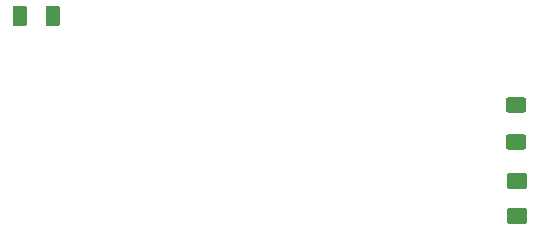
<source format=gtp>
G04 #@! TF.GenerationSoftware,KiCad,Pcbnew,(7.0.0-0)*
G04 #@! TF.CreationDate,2023-03-19T23:12:45+09:00*
G04 #@! TF.ProjectId,SCSIRIDER2TANDEM1,53435349-5249-4444-9552-3254414e4445,rev?*
G04 #@! TF.SameCoordinates,Original*
G04 #@! TF.FileFunction,Paste,Top*
G04 #@! TF.FilePolarity,Positive*
%FSLAX46Y46*%
G04 Gerber Fmt 4.6, Leading zero omitted, Abs format (unit mm)*
G04 Created by KiCad (PCBNEW (7.0.0-0)) date 2023-03-19 23:12:45*
%MOMM*%
%LPD*%
G01*
G04 APERTURE LIST*
G04 Aperture macros list*
%AMRoundRect*
0 Rectangle with rounded corners*
0 $1 Rounding radius*
0 $2 $3 $4 $5 $6 $7 $8 $9 X,Y pos of 4 corners*
0 Add a 4 corners polygon primitive as box body*
4,1,4,$2,$3,$4,$5,$6,$7,$8,$9,$2,$3,0*
0 Add four circle primitives for the rounded corners*
1,1,$1+$1,$2,$3*
1,1,$1+$1,$4,$5*
1,1,$1+$1,$6,$7*
1,1,$1+$1,$8,$9*
0 Add four rect primitives between the rounded corners*
20,1,$1+$1,$2,$3,$4,$5,0*
20,1,$1+$1,$4,$5,$6,$7,0*
20,1,$1+$1,$6,$7,$8,$9,0*
20,1,$1+$1,$8,$9,$2,$3,0*%
G04 Aperture macros list end*
%ADD10RoundRect,0.250001X-0.624999X0.462499X-0.624999X-0.462499X0.624999X-0.462499X0.624999X0.462499X0*%
%ADD11RoundRect,0.250000X-0.375000X-0.625000X0.375000X-0.625000X0.375000X0.625000X-0.375000X0.625000X0*%
%ADD12RoundRect,0.250000X-0.625000X0.400000X-0.625000X-0.400000X0.625000X-0.400000X0.625000X0.400000X0*%
G04 APERTURE END LIST*
D10*
X177260003Y-131930003D03*
X177260003Y-134905003D03*
D11*
X135220003Y-117950003D03*
X138020003Y-117950003D03*
D12*
X177200003Y-125510003D03*
X177200003Y-128610003D03*
M02*

</source>
